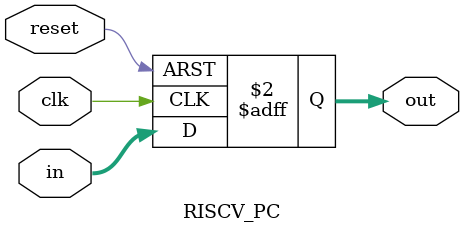
<source format=v>
`timescale 1ns / 1ps


module RISCV_PC(
    input clk, reset,
    input [31:0] in,
    output reg [31:0] out
    );
    
    always@(posedge clk or posedge reset) begin
        if (reset)
            out <= 0;
        else
            out <= in;
     end      
endmodule

</source>
